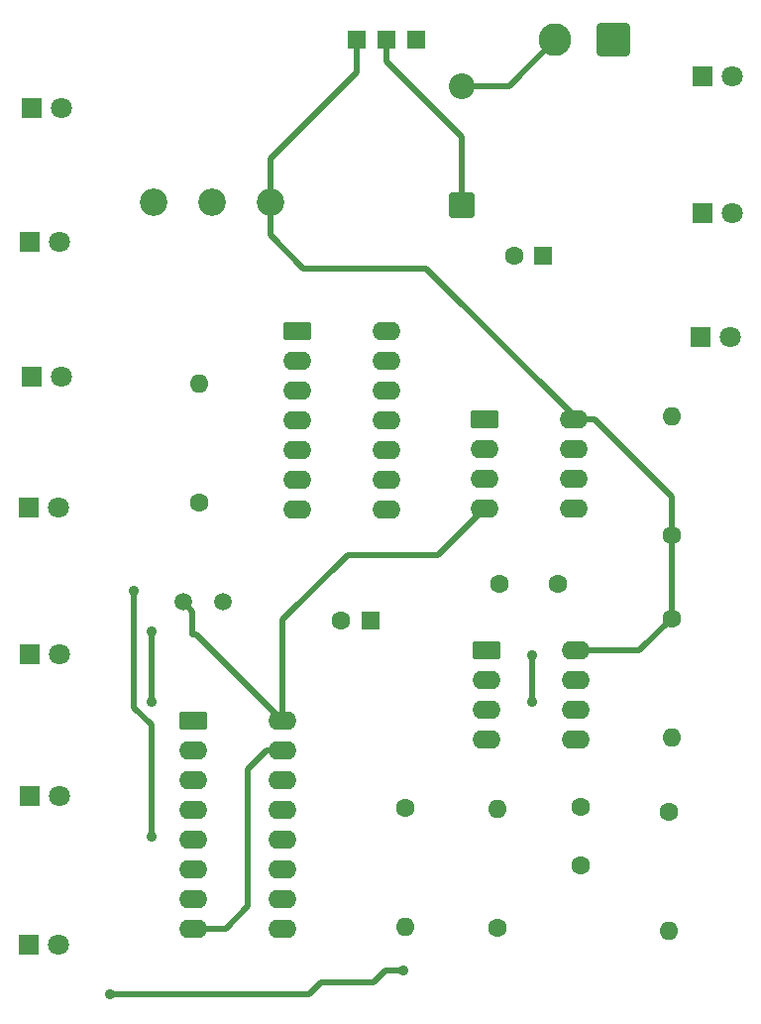
<source format=gbr>
%TF.GenerationSoftware,KiCad,Pcbnew,9.0.2*%
%TF.CreationDate,2025-06-20T16:00:47-04:00*%
%TF.ProjectId,proj02-g05,70726f6a-3032-42d6-9730-352e6b696361,rev?*%
%TF.SameCoordinates,Original*%
%TF.FileFunction,Copper,L1,Top*%
%TF.FilePolarity,Positive*%
%FSLAX46Y46*%
G04 Gerber Fmt 4.6, Leading zero omitted, Abs format (unit mm)*
G04 Created by KiCad (PCBNEW 9.0.2) date 2025-06-20 16:00:47*
%MOMM*%
%LPD*%
G01*
G04 APERTURE LIST*
G04 Aperture macros list*
%AMRoundRect*
0 Rectangle with rounded corners*
0 $1 Rounding radius*
0 $2 $3 $4 $5 $6 $7 $8 $9 X,Y pos of 4 corners*
0 Add a 4 corners polygon primitive as box body*
4,1,4,$2,$3,$4,$5,$6,$7,$8,$9,$2,$3,0*
0 Add four circle primitives for the rounded corners*
1,1,$1+$1,$2,$3*
1,1,$1+$1,$4,$5*
1,1,$1+$1,$6,$7*
1,1,$1+$1,$8,$9*
0 Add four rect primitives between the rounded corners*
20,1,$1+$1,$2,$3,$4,$5,0*
20,1,$1+$1,$4,$5,$6,$7,0*
20,1,$1+$1,$6,$7,$8,$9,0*
20,1,$1+$1,$8,$9,$2,$3,0*%
G04 Aperture macros list end*
%TA.AperFunction,ComponentPad*%
%ADD10R,1.800000X1.800000*%
%TD*%
%TA.AperFunction,ComponentPad*%
%ADD11C,1.800000*%
%TD*%
%TA.AperFunction,ComponentPad*%
%ADD12C,1.600000*%
%TD*%
%TA.AperFunction,ComponentPad*%
%ADD13O,1.600000X1.600000*%
%TD*%
%TA.AperFunction,ComponentPad*%
%ADD14RoundRect,0.250001X1.149999X1.149999X-1.149999X1.149999X-1.149999X-1.149999X1.149999X-1.149999X0*%
%TD*%
%TA.AperFunction,ComponentPad*%
%ADD15C,2.800000*%
%TD*%
%TA.AperFunction,ComponentPad*%
%ADD16RoundRect,0.250000X-0.950000X-0.550000X0.950000X-0.550000X0.950000X0.550000X-0.950000X0.550000X0*%
%TD*%
%TA.AperFunction,ComponentPad*%
%ADD17O,2.400000X1.600000*%
%TD*%
%TA.AperFunction,ComponentPad*%
%ADD18C,1.500000*%
%TD*%
%TA.AperFunction,ComponentPad*%
%ADD19R,1.600000X1.600000*%
%TD*%
%TA.AperFunction,ComponentPad*%
%ADD20C,2.340000*%
%TD*%
%TA.AperFunction,ComponentPad*%
%ADD21R,1.500000X1.500000*%
%TD*%
%TA.AperFunction,ComponentPad*%
%ADD22RoundRect,0.249999X0.850001X-0.850001X0.850001X0.850001X-0.850001X0.850001X-0.850001X-0.850001X0*%
%TD*%
%TA.AperFunction,ComponentPad*%
%ADD23C,2.200000*%
%TD*%
%TA.AperFunction,ViaPad*%
%ADD24C,0.900000*%
%TD*%
%TA.AperFunction,Conductor*%
%ADD25C,0.500000*%
%TD*%
G04 APERTURE END LIST*
D10*
%TO.P,D4,1,K*%
%TO.N,Net-(D1-K)*%
X22510000Y-72900000D03*
D11*
%TO.P,D4,2,A*%
%TO.N,Net-(D4-A)*%
X25050000Y-72900000D03*
%TD*%
D12*
%TO.P,R4,1*%
%TO.N,+9V*%
X77457620Y-82380000D03*
D13*
%TO.P,R4,2*%
%TO.N,Net-(U4-DIS)*%
X77457620Y-92540000D03*
%TD*%
D14*
%TO.P,J1,1,Pin_1*%
%TO.N,GND*%
X72500000Y-33000000D03*
D15*
%TO.P,J1,2,Pin_2*%
%TO.N,Net-(D12-A)*%
X67500000Y-33000000D03*
%TD*%
D16*
%TO.P,U4,1,GND*%
%TO.N,GND*%
X61647620Y-85150000D03*
D17*
%TO.P,U4,2,TR*%
%TO.N,Net-(U4-THR)*%
X61647620Y-87690000D03*
%TO.P,U4,3,Q*%
%TO.N,Net-(U3-CLK)*%
X61647620Y-90230000D03*
%TO.P,U4,4,R*%
%TO.N,Net-(U1-Q)*%
X61647620Y-92770000D03*
%TO.P,U4,5,CV*%
%TO.N,Net-(U4-CV)*%
X69267620Y-92770000D03*
%TO.P,U4,6,THR*%
%TO.N,Net-(U4-THR)*%
X69267620Y-90230000D03*
%TO.P,U4,7,DIS*%
%TO.N,Net-(U4-DIS)*%
X69267620Y-87690000D03*
%TO.P,U4,8,VCC*%
%TO.N,+9V*%
X69267620Y-85150000D03*
%TD*%
D18*
%TO.P,R1,1*%
%TO.N,+9V*%
X35717620Y-81000000D03*
%TO.P,R1,2*%
%TO.N,Net-(U2A-+)*%
X39117620Y-81000000D03*
%TD*%
D12*
%TO.P,R6,1*%
%TO.N,Net-(U3-CKEN)*%
X54667620Y-98570000D03*
D13*
%TO.P,R6,2*%
%TO.N,GND*%
X54667620Y-108730000D03*
%TD*%
D10*
%TO.P,D3,1,K*%
%TO.N,Net-(D1-K)*%
X22600000Y-85450000D03*
D11*
%TO.P,D3,2,A*%
%TO.N,Net-(D3-A)*%
X25140000Y-85450000D03*
%TD*%
D16*
%TO.P,U1,1,GND*%
%TO.N,GND*%
X61447620Y-65400000D03*
D17*
%TO.P,U1,2,TR*%
%TO.N,Net-(U1-TR)*%
X61447620Y-67940000D03*
%TO.P,U1,3,Q*%
%TO.N,Net-(U1-Q)*%
X61447620Y-70480000D03*
%TO.P,U1,4,R*%
%TO.N,+9V*%
X61447620Y-73020000D03*
%TO.P,U1,5,CV*%
%TO.N,Net-(U1-CV)*%
X69067620Y-73020000D03*
%TO.P,U1,6,THR*%
%TO.N,Net-(U1-DIS)*%
X69067620Y-70480000D03*
%TO.P,U1,7,DIS*%
X69067620Y-67940000D03*
%TO.P,U1,8,VCC*%
%TO.N,+9V*%
X69067620Y-65400000D03*
%TD*%
D10*
%TO.P,D8,1,K*%
%TO.N,Net-(D1-K)*%
X80075000Y-36100000D03*
D11*
%TO.P,D8,2,A*%
%TO.N,Net-(D8-A)*%
X82615000Y-36100000D03*
%TD*%
D12*
%TO.P,R5,1*%
%TO.N,Net-(U4-DIS)*%
X77207620Y-98880000D03*
D13*
%TO.P,R5,2*%
%TO.N,Net-(U4-THR)*%
X77207620Y-109040000D03*
%TD*%
D10*
%TO.P,D10,1,K*%
%TO.N,Net-(D1-K)*%
X79900000Y-58400000D03*
D11*
%TO.P,D10,2,A*%
%TO.N,Net-(D10-A)*%
X82440000Y-58400000D03*
%TD*%
D19*
%TO.P,C2,1*%
%TO.N,Net-(U1-DIS)*%
X66500000Y-51400000D03*
D12*
%TO.P,C2,2*%
%TO.N,GND*%
X64000000Y-51400000D03*
%TD*%
D16*
%TO.P,U2,1*%
%TO.N,Net-(U1-TR)*%
X45467620Y-57870000D03*
D17*
%TO.P,U2,2,-*%
%TO.N,Net-(U2A--)*%
X45467620Y-60410000D03*
%TO.P,U2,3,+*%
%TO.N,Net-(U2A-+)*%
X45467620Y-62950000D03*
%TO.P,U2,4*%
%TO.N,N/C*%
X45467620Y-65490000D03*
%TO.P,U2,5*%
X45467620Y-68030000D03*
%TO.P,U2,6*%
X45467620Y-70570000D03*
%TO.P,U2,7*%
X45467620Y-73110000D03*
%TO.P,U2,8*%
X53087620Y-73110000D03*
%TO.P,U2,9*%
X53087620Y-70570000D03*
%TO.P,U2,10*%
X53087620Y-68030000D03*
%TO.P,U2,11*%
X53087620Y-65490000D03*
%TO.P,U2,12*%
X53087620Y-62950000D03*
%TO.P,U2,13*%
X53087620Y-60410000D03*
%TO.P,U2,14*%
X53087620Y-57870000D03*
%TD*%
D10*
%TO.P,D2,1,K*%
%TO.N,Net-(D1-K)*%
X22625000Y-97550000D03*
D11*
%TO.P,D2,2,A*%
%TO.N,Net-(D2-A)*%
X25165000Y-97550000D03*
%TD*%
D12*
%TO.P,C4,1*%
%TO.N,Net-(U4-CV)*%
X69707620Y-98460000D03*
%TO.P,C4,2*%
%TO.N,GND*%
X69707620Y-103460000D03*
%TD*%
D10*
%TO.P,D5,1,K*%
%TO.N,Net-(D1-K)*%
X22760000Y-61750000D03*
D11*
%TO.P,D5,2,A*%
%TO.N,Net-(D5-A)*%
X25300000Y-61750000D03*
%TD*%
D10*
%TO.P,D1,1,K*%
%TO.N,Net-(D1-K)*%
X22510000Y-110250000D03*
D11*
%TO.P,D1,2,A*%
%TO.N,Net-(D1-A)*%
X25050000Y-110250000D03*
%TD*%
D20*
%TO.P,RV1,1,1*%
%TO.N,+9V*%
X43150000Y-46850000D03*
%TO.P,RV1,2,2*%
%TO.N,Net-(U2A--)*%
X38150000Y-46850000D03*
%TO.P,RV1,3,3*%
%TO.N,GND*%
X33150000Y-46850000D03*
%TD*%
D12*
%TO.P,R2,1*%
%TO.N,GND*%
X37067620Y-72510000D03*
D13*
%TO.P,R2,2*%
%TO.N,Net-(U2A-+)*%
X37067620Y-62350000D03*
%TD*%
D21*
%TO.P,SW1,1,A*%
%TO.N,unconnected-(SW1-A-Pad1)*%
X55580000Y-33000000D03*
%TO.P,SW1,2,B*%
%TO.N,Net-(D12-K)*%
X53040000Y-33000000D03*
%TO.P,SW1,3,C*%
%TO.N,+9V*%
X50500000Y-33000000D03*
%TD*%
D12*
%TO.P,C1,1*%
%TO.N,Net-(U1-CV)*%
X67707620Y-79460000D03*
%TO.P,C1,2*%
%TO.N,GND*%
X62707620Y-79460000D03*
%TD*%
D10*
%TO.P,D7,1,K*%
%TO.N,Net-(D1-K)*%
X22760000Y-38800000D03*
D11*
%TO.P,D7,2,A*%
%TO.N,Net-(D7-A)*%
X25300000Y-38800000D03*
%TD*%
D16*
%TO.P,U3,1,Q5*%
%TO.N,Net-(D6-A)*%
X36597620Y-91110000D03*
D17*
%TO.P,U3,2,Q1*%
%TO.N,Net-(D2-A)*%
X36597620Y-93650000D03*
%TO.P,U3,3,Q0*%
%TO.N,Net-(D1-A)*%
X36597620Y-96190000D03*
%TO.P,U3,4,Q2*%
%TO.N,Net-(D3-A)*%
X36597620Y-98730000D03*
%TO.P,U3,5,Q6*%
%TO.N,Net-(D7-A)*%
X36597620Y-101270000D03*
%TO.P,U3,6,Q7*%
%TO.N,Net-(D8-A)*%
X36597620Y-103810000D03*
%TO.P,U3,7,Q3*%
%TO.N,Net-(D4-A)*%
X36597620Y-106350000D03*
%TO.P,U3,8,VSS*%
%TO.N,GND*%
X36597620Y-108890000D03*
%TO.P,U3,9,Q8*%
%TO.N,Net-(D9-A)*%
X44217620Y-108890000D03*
%TO.P,U3,10,Q4*%
%TO.N,Net-(D5-A)*%
X44217620Y-106350000D03*
%TO.P,U3,11,Q9*%
%TO.N,Net-(D10-A)*%
X44217620Y-103810000D03*
%TO.P,U3,12,Cout*%
%TO.N,unconnected-(U3-Cout-Pad12)*%
X44217620Y-101270000D03*
%TO.P,U3,13,CKEN*%
%TO.N,Net-(U3-CKEN)*%
X44217620Y-98730000D03*
%TO.P,U3,14,CLK*%
%TO.N,Net-(U3-CLK)*%
X44217620Y-96190000D03*
%TO.P,U3,15,Reset*%
%TO.N,GND*%
X44217620Y-93650000D03*
%TO.P,U3,16,VDD*%
%TO.N,+9V*%
X44217620Y-91110000D03*
%TD*%
D12*
%TO.P,R7,1*%
%TO.N,Net-(D1-K)*%
X62550000Y-108780000D03*
D13*
%TO.P,R7,2*%
%TO.N,GND*%
X62550000Y-98620000D03*
%TD*%
D10*
%TO.P,D9,1,K*%
%TO.N,Net-(D1-K)*%
X80110000Y-47750000D03*
D11*
%TO.P,D9,2,A*%
%TO.N,Net-(D9-A)*%
X82650000Y-47750000D03*
%TD*%
D10*
%TO.P,D6,1,K*%
%TO.N,Net-(D1-K)*%
X22610000Y-50200000D03*
D11*
%TO.P,D6,2,A*%
%TO.N,Net-(D6-A)*%
X25150000Y-50200000D03*
%TD*%
D22*
%TO.P,D12,1,K*%
%TO.N,Net-(D12-K)*%
X59500000Y-47080000D03*
D23*
%TO.P,D12,2,A*%
%TO.N,Net-(D12-A)*%
X59500000Y-36920000D03*
%TD*%
D12*
%TO.P,R3,1*%
%TO.N,+9V*%
X77457620Y-75290000D03*
D13*
%TO.P,R3,2*%
%TO.N,Net-(U1-DIS)*%
X77457620Y-65130000D03*
%TD*%
D19*
%TO.P,C3,1*%
%TO.N,Net-(U4-THR)*%
X51700000Y-82550000D03*
D12*
%TO.P,C3,2*%
%TO.N,GND*%
X49200000Y-82550000D03*
%TD*%
D24*
%TO.N,Net-(D6-A)*%
X33000000Y-89500000D03*
X33000000Y-83500000D03*
%TO.N,Net-(D7-A)*%
X31500000Y-80000000D03*
X33030207Y-101030207D03*
%TO.N,Net-(D1-K)*%
X29500000Y-114500000D03*
X54500000Y-112500000D03*
%TO.N,Net-(U1-Q)*%
X65500000Y-89500000D03*
X65500000Y-85500000D03*
%TD*%
D25*
%TO.N,GND*%
X42850000Y-93650000D02*
X44217620Y-93650000D01*
X39360000Y-108890000D02*
X41250000Y-107000000D01*
X41250000Y-95250000D02*
X42850000Y-93650000D01*
X41250000Y-107000000D02*
X41250000Y-95250000D01*
X36597620Y-108890000D02*
X39360000Y-108890000D01*
%TO.N,Net-(D6-A)*%
X33000000Y-83500000D02*
X33000000Y-89500000D01*
%TO.N,Net-(D7-A)*%
X31500000Y-90000000D02*
X33000000Y-91500000D01*
X33000000Y-101000000D02*
X33030207Y-101030207D01*
X31500000Y-80000000D02*
X31500000Y-90000000D01*
X33000000Y-91500000D02*
X33000000Y-101000000D01*
%TO.N,Net-(D1-K)*%
X47500000Y-113500000D02*
X46500000Y-114500000D01*
X46500000Y-114500000D02*
X29500000Y-114500000D01*
X52000000Y-113500000D02*
X47500000Y-113500000D01*
X53000000Y-112500000D02*
X52000000Y-113500000D01*
X54500000Y-112500000D02*
X53000000Y-112500000D01*
%TO.N,+9V*%
X36500000Y-81782380D02*
X35717620Y-81000000D01*
X44217620Y-91110000D02*
X36857620Y-83750000D01*
X43150000Y-46850000D02*
X43150000Y-49650000D01*
X74687620Y-85150000D02*
X77457620Y-82380000D01*
X77457620Y-75290000D02*
X77457620Y-82380000D01*
X43150000Y-49650000D02*
X46000000Y-52500000D01*
X57500000Y-76967620D02*
X61447620Y-73020000D01*
X77457620Y-71957620D02*
X77457620Y-75290000D01*
X70900000Y-65400000D02*
X77457620Y-71957620D01*
X44217620Y-82532380D02*
X49750000Y-77000000D01*
X69067620Y-65067620D02*
X69067620Y-65400000D01*
X44217620Y-91110000D02*
X44217620Y-82532380D01*
X69067620Y-65400000D02*
X70900000Y-65400000D01*
X46000000Y-52500000D02*
X56500000Y-52500000D01*
X69267620Y-85150000D02*
X74687620Y-85150000D01*
X57500000Y-77000000D02*
X57500000Y-76967620D01*
X36500000Y-83750000D02*
X36500000Y-81782380D01*
X43150000Y-46850000D02*
X43150000Y-43100000D01*
X49750000Y-77000000D02*
X57500000Y-77000000D01*
X43150000Y-43100000D02*
X50500000Y-35750000D01*
X36857620Y-83750000D02*
X36500000Y-83750000D01*
X50500000Y-35750000D02*
X50500000Y-33000000D01*
X56500000Y-52500000D02*
X69067620Y-65067620D01*
%TO.N,Net-(U1-Q)*%
X65500000Y-85500000D02*
X65500000Y-89500000D01*
%TO.N,Net-(D12-K)*%
X53040000Y-33000000D02*
X53040000Y-34790000D01*
X53040000Y-34790000D02*
X59500000Y-41250000D01*
X59500000Y-41250000D02*
X59500000Y-47080000D01*
%TO.N,Net-(D12-A)*%
X59500000Y-36920000D02*
X63580000Y-36920000D01*
X63580000Y-36920000D02*
X67500000Y-33000000D01*
%TD*%
M02*

</source>
